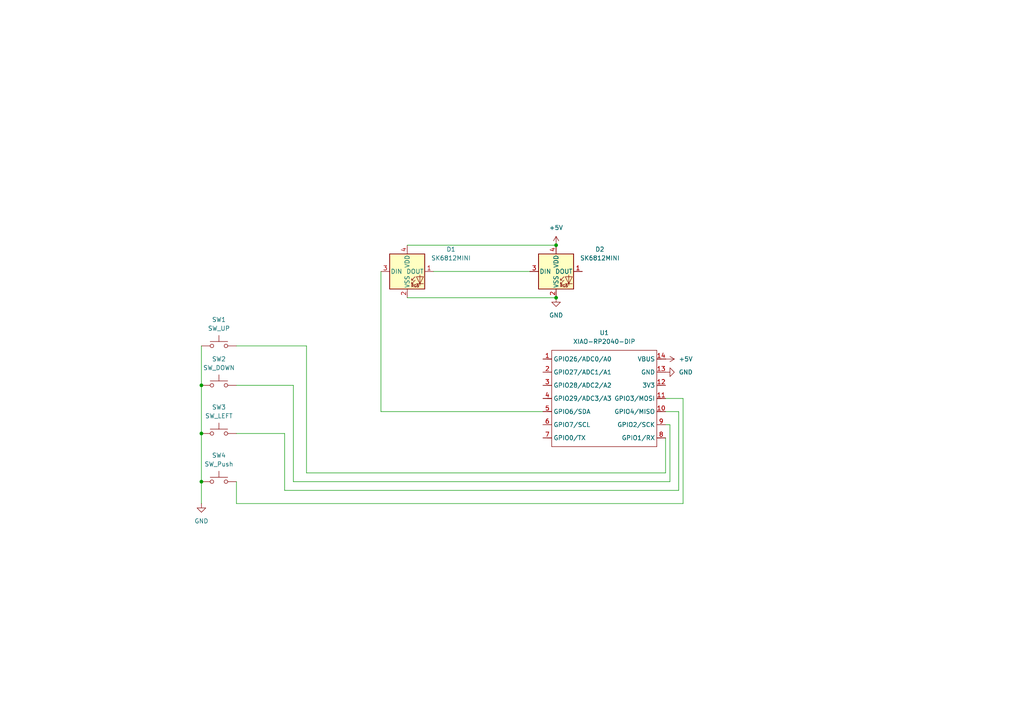
<source format=kicad_sch>
(kicad_sch
	(version 20250114)
	(generator "eeschema")
	(generator_version "9.0")
	(uuid "d72196a8-f5d8-4af7-aa83-66bb1e515ce0")
	(paper "A4")
	(lib_symbols
		(symbol "LED:SK6812MINI"
			(pin_names
				(offset 0.254)
			)
			(exclude_from_sim no)
			(in_bom yes)
			(on_board yes)
			(property "Reference" "D"
				(at 5.08 5.715 0)
				(effects
					(font
						(size 1.27 1.27)
					)
					(justify right bottom)
				)
			)
			(property "Value" "SK6812MINI"
				(at 1.27 -5.715 0)
				(effects
					(font
						(size 1.27 1.27)
					)
					(justify left top)
				)
			)
			(property "Footprint" "LED_SMD:LED_SK6812MINI_PLCC4_3.5x3.5mm_P1.75mm"
				(at 1.27 -7.62 0)
				(effects
					(font
						(size 1.27 1.27)
					)
					(justify left top)
					(hide yes)
				)
			)
			(property "Datasheet" "https://cdn-shop.adafruit.com/product-files/2686/SK6812MINI_REV.01-1-2.pdf"
				(at 2.54 -9.525 0)
				(effects
					(font
						(size 1.27 1.27)
					)
					(justify left top)
					(hide yes)
				)
			)
			(property "Description" "RGB LED with integrated controller"
				(at 0 0 0)
				(effects
					(font
						(size 1.27 1.27)
					)
					(hide yes)
				)
			)
			(property "ki_keywords" "RGB LED NeoPixel Mini addressable"
				(at 0 0 0)
				(effects
					(font
						(size 1.27 1.27)
					)
					(hide yes)
				)
			)
			(property "ki_fp_filters" "LED*SK6812MINI*PLCC*3.5x3.5mm*P1.75mm*"
				(at 0 0 0)
				(effects
					(font
						(size 1.27 1.27)
					)
					(hide yes)
				)
			)
			(symbol "SK6812MINI_0_0"
				(text "RGB"
					(at 2.286 -4.191 0)
					(effects
						(font
							(size 0.762 0.762)
						)
					)
				)
			)
			(symbol "SK6812MINI_0_1"
				(polyline
					(pts
						(xy 1.27 -2.54) (xy 1.778 -2.54)
					)
					(stroke
						(width 0)
						(type default)
					)
					(fill
						(type none)
					)
				)
				(polyline
					(pts
						(xy 1.27 -3.556) (xy 1.778 -3.556)
					)
					(stroke
						(width 0)
						(type default)
					)
					(fill
						(type none)
					)
				)
				(polyline
					(pts
						(xy 2.286 -1.524) (xy 1.27 -2.54) (xy 1.27 -2.032)
					)
					(stroke
						(width 0)
						(type default)
					)
					(fill
						(type none)
					)
				)
				(polyline
					(pts
						(xy 2.286 -2.54) (xy 1.27 -3.556) (xy 1.27 -3.048)
					)
					(stroke
						(width 0)
						(type default)
					)
					(fill
						(type none)
					)
				)
				(polyline
					(pts
						(xy 3.683 -1.016) (xy 3.683 -3.556) (xy 3.683 -4.064)
					)
					(stroke
						(width 0)
						(type default)
					)
					(fill
						(type none)
					)
				)
				(polyline
					(pts
						(xy 4.699 -1.524) (xy 2.667 -1.524) (xy 3.683 -3.556) (xy 4.699 -1.524)
					)
					(stroke
						(width 0)
						(type default)
					)
					(fill
						(type none)
					)
				)
				(polyline
					(pts
						(xy 4.699 -3.556) (xy 2.667 -3.556)
					)
					(stroke
						(width 0)
						(type default)
					)
					(fill
						(type none)
					)
				)
				(rectangle
					(start 5.08 5.08)
					(end -5.08 -5.08)
					(stroke
						(width 0.254)
						(type default)
					)
					(fill
						(type background)
					)
				)
			)
			(symbol "SK6812MINI_1_1"
				(pin input line
					(at -7.62 0 0)
					(length 2.54)
					(name "DIN"
						(effects
							(font
								(size 1.27 1.27)
							)
						)
					)
					(number "3"
						(effects
							(font
								(size 1.27 1.27)
							)
						)
					)
				)
				(pin power_in line
					(at 0 7.62 270)
					(length 2.54)
					(name "VDD"
						(effects
							(font
								(size 1.27 1.27)
							)
						)
					)
					(number "4"
						(effects
							(font
								(size 1.27 1.27)
							)
						)
					)
				)
				(pin power_in line
					(at 0 -7.62 90)
					(length 2.54)
					(name "VSS"
						(effects
							(font
								(size 1.27 1.27)
							)
						)
					)
					(number "2"
						(effects
							(font
								(size 1.27 1.27)
							)
						)
					)
				)
				(pin output line
					(at 7.62 0 180)
					(length 2.54)
					(name "DOUT"
						(effects
							(font
								(size 1.27 1.27)
							)
						)
					)
					(number "1"
						(effects
							(font
								(size 1.27 1.27)
							)
						)
					)
				)
			)
			(embedded_fonts no)
		)
		(symbol "OPL:XIAO-RP2040-DIP"
			(exclude_from_sim no)
			(in_bom yes)
			(on_board yes)
			(property "Reference" "U"
				(at 0 0 0)
				(effects
					(font
						(size 1.27 1.27)
					)
				)
			)
			(property "Value" "XIAO-RP2040-DIP"
				(at 5.334 -1.778 0)
				(effects
					(font
						(size 1.27 1.27)
					)
				)
			)
			(property "Footprint" "Module:MOUDLE14P-XIAO-DIP-SMD"
				(at 14.478 -32.258 0)
				(effects
					(font
						(size 1.27 1.27)
					)
					(hide yes)
				)
			)
			(property "Datasheet" ""
				(at 0 0 0)
				(effects
					(font
						(size 1.27 1.27)
					)
					(hide yes)
				)
			)
			(property "Description" ""
				(at 0 0 0)
				(effects
					(font
						(size 1.27 1.27)
					)
					(hide yes)
				)
			)
			(symbol "XIAO-RP2040-DIP_1_0"
				(polyline
					(pts
						(xy -1.27 -2.54) (xy 29.21 -2.54)
					)
					(stroke
						(width 0.1524)
						(type solid)
					)
					(fill
						(type none)
					)
				)
				(polyline
					(pts
						(xy -1.27 -5.08) (xy -2.54 -5.08)
					)
					(stroke
						(width 0.1524)
						(type solid)
					)
					(fill
						(type none)
					)
				)
				(polyline
					(pts
						(xy -1.27 -5.08) (xy -1.27 -2.54)
					)
					(stroke
						(width 0.1524)
						(type solid)
					)
					(fill
						(type none)
					)
				)
				(polyline
					(pts
						(xy -1.27 -8.89) (xy -2.54 -8.89)
					)
					(stroke
						(width 0.1524)
						(type solid)
					)
					(fill
						(type none)
					)
				)
				(polyline
					(pts
						(xy -1.27 -8.89) (xy -1.27 -5.08)
					)
					(stroke
						(width 0.1524)
						(type solid)
					)
					(fill
						(type none)
					)
				)
				(polyline
					(pts
						(xy -1.27 -12.7) (xy -2.54 -12.7)
					)
					(stroke
						(width 0.1524)
						(type solid)
					)
					(fill
						(type none)
					)
				)
				(polyline
					(pts
						(xy -1.27 -12.7) (xy -1.27 -8.89)
					)
					(stroke
						(width 0.1524)
						(type solid)
					)
					(fill
						(type none)
					)
				)
				(polyline
					(pts
						(xy -1.27 -16.51) (xy -2.54 -16.51)
					)
					(stroke
						(width 0.1524)
						(type solid)
					)
					(fill
						(type none)
					)
				)
				(polyline
					(pts
						(xy -1.27 -16.51) (xy -1.27 -12.7)
					)
					(stroke
						(width 0.1524)
						(type solid)
					)
					(fill
						(type none)
					)
				)
				(polyline
					(pts
						(xy -1.27 -20.32) (xy -2.54 -20.32)
					)
					(stroke
						(width 0.1524)
						(type solid)
					)
					(fill
						(type none)
					)
				)
				(polyline
					(pts
						(xy -1.27 -24.13) (xy -2.54 -24.13)
					)
					(stroke
						(width 0.1524)
						(type solid)
					)
					(fill
						(type none)
					)
				)
				(polyline
					(pts
						(xy -1.27 -27.94) (xy -2.54 -27.94)
					)
					(stroke
						(width 0.1524)
						(type solid)
					)
					(fill
						(type none)
					)
				)
				(polyline
					(pts
						(xy -1.27 -30.48) (xy -1.27 -16.51)
					)
					(stroke
						(width 0.1524)
						(type solid)
					)
					(fill
						(type none)
					)
				)
				(polyline
					(pts
						(xy 29.21 -2.54) (xy 29.21 -5.08)
					)
					(stroke
						(width 0.1524)
						(type solid)
					)
					(fill
						(type none)
					)
				)
				(polyline
					(pts
						(xy 29.21 -5.08) (xy 29.21 -8.89)
					)
					(stroke
						(width 0.1524)
						(type solid)
					)
					(fill
						(type none)
					)
				)
				(polyline
					(pts
						(xy 29.21 -8.89) (xy 29.21 -12.7)
					)
					(stroke
						(width 0.1524)
						(type solid)
					)
					(fill
						(type none)
					)
				)
				(polyline
					(pts
						(xy 29.21 -12.7) (xy 29.21 -30.48)
					)
					(stroke
						(width 0.1524)
						(type solid)
					)
					(fill
						(type none)
					)
				)
				(polyline
					(pts
						(xy 29.21 -30.48) (xy -1.27 -30.48)
					)
					(stroke
						(width 0.1524)
						(type solid)
					)
					(fill
						(type none)
					)
				)
				(polyline
					(pts
						(xy 30.48 -5.08) (xy 29.21 -5.08)
					)
					(stroke
						(width 0.1524)
						(type solid)
					)
					(fill
						(type none)
					)
				)
				(polyline
					(pts
						(xy 30.48 -8.89) (xy 29.21 -8.89)
					)
					(stroke
						(width 0.1524)
						(type solid)
					)
					(fill
						(type none)
					)
				)
				(polyline
					(pts
						(xy 30.48 -12.7) (xy 29.21 -12.7)
					)
					(stroke
						(width 0.1524)
						(type solid)
					)
					(fill
						(type none)
					)
				)
				(polyline
					(pts
						(xy 30.48 -16.51) (xy 29.21 -16.51)
					)
					(stroke
						(width 0.1524)
						(type solid)
					)
					(fill
						(type none)
					)
				)
				(polyline
					(pts
						(xy 30.48 -20.32) (xy 29.21 -20.32)
					)
					(stroke
						(width 0.1524)
						(type solid)
					)
					(fill
						(type none)
					)
				)
				(polyline
					(pts
						(xy 30.48 -24.13) (xy 29.21 -24.13)
					)
					(stroke
						(width 0.1524)
						(type solid)
					)
					(fill
						(type none)
					)
				)
				(polyline
					(pts
						(xy 30.48 -27.94) (xy 29.21 -27.94)
					)
					(stroke
						(width 0.1524)
						(type solid)
					)
					(fill
						(type none)
					)
				)
				(pin passive line
					(at -3.81 -5.08 0)
					(length 2.54)
					(name "GPIO26/ADC0/A0"
						(effects
							(font
								(size 1.27 1.27)
							)
						)
					)
					(number "1"
						(effects
							(font
								(size 1.27 1.27)
							)
						)
					)
				)
				(pin passive line
					(at -3.81 -8.89 0)
					(length 2.54)
					(name "GPIO27/ADC1/A1"
						(effects
							(font
								(size 1.27 1.27)
							)
						)
					)
					(number "2"
						(effects
							(font
								(size 1.27 1.27)
							)
						)
					)
				)
				(pin passive line
					(at -3.81 -12.7 0)
					(length 2.54)
					(name "GPIO28/ADC2/A2"
						(effects
							(font
								(size 1.27 1.27)
							)
						)
					)
					(number "3"
						(effects
							(font
								(size 1.27 1.27)
							)
						)
					)
				)
				(pin passive line
					(at -3.81 -16.51 0)
					(length 2.54)
					(name "GPIO29/ADC3/A3"
						(effects
							(font
								(size 1.27 1.27)
							)
						)
					)
					(number "4"
						(effects
							(font
								(size 1.27 1.27)
							)
						)
					)
				)
				(pin passive line
					(at -3.81 -20.32 0)
					(length 2.54)
					(name "GPIO6/SDA"
						(effects
							(font
								(size 1.27 1.27)
							)
						)
					)
					(number "5"
						(effects
							(font
								(size 1.27 1.27)
							)
						)
					)
				)
				(pin passive line
					(at -3.81 -24.13 0)
					(length 2.54)
					(name "GPIO7/SCL"
						(effects
							(font
								(size 1.27 1.27)
							)
						)
					)
					(number "6"
						(effects
							(font
								(size 1.27 1.27)
							)
						)
					)
				)
				(pin passive line
					(at -3.81 -27.94 0)
					(length 2.54)
					(name "GPIO0/TX"
						(effects
							(font
								(size 1.27 1.27)
							)
						)
					)
					(number "7"
						(effects
							(font
								(size 1.27 1.27)
							)
						)
					)
				)
				(pin passive line
					(at 31.75 -5.08 180)
					(length 2.54)
					(name "VBUS"
						(effects
							(font
								(size 1.27 1.27)
							)
						)
					)
					(number "14"
						(effects
							(font
								(size 1.27 1.27)
							)
						)
					)
				)
				(pin passive line
					(at 31.75 -8.89 180)
					(length 2.54)
					(name "GND"
						(effects
							(font
								(size 1.27 1.27)
							)
						)
					)
					(number "13"
						(effects
							(font
								(size 1.27 1.27)
							)
						)
					)
				)
				(pin passive line
					(at 31.75 -12.7 180)
					(length 2.54)
					(name "3V3"
						(effects
							(font
								(size 1.27 1.27)
							)
						)
					)
					(number "12"
						(effects
							(font
								(size 1.27 1.27)
							)
						)
					)
				)
				(pin passive line
					(at 31.75 -16.51 180)
					(length 2.54)
					(name "GPIO3/MOSI"
						(effects
							(font
								(size 1.27 1.27)
							)
						)
					)
					(number "11"
						(effects
							(font
								(size 1.27 1.27)
							)
						)
					)
				)
				(pin passive line
					(at 31.75 -20.32 180)
					(length 2.54)
					(name "GPIO4/MISO"
						(effects
							(font
								(size 1.27 1.27)
							)
						)
					)
					(number "10"
						(effects
							(font
								(size 1.27 1.27)
							)
						)
					)
				)
				(pin passive line
					(at 31.75 -24.13 180)
					(length 2.54)
					(name "GPIO2/SCK"
						(effects
							(font
								(size 1.27 1.27)
							)
						)
					)
					(number "9"
						(effects
							(font
								(size 1.27 1.27)
							)
						)
					)
				)
				(pin passive line
					(at 31.75 -27.94 180)
					(length 2.54)
					(name "GPIO1/RX"
						(effects
							(font
								(size 1.27 1.27)
							)
						)
					)
					(number "8"
						(effects
							(font
								(size 1.27 1.27)
							)
						)
					)
				)
			)
			(embedded_fonts no)
		)
		(symbol "Switch:SW_Push"
			(pin_numbers
				(hide yes)
			)
			(pin_names
				(offset 1.016)
				(hide yes)
			)
			(exclude_from_sim no)
			(in_bom yes)
			(on_board yes)
			(property "Reference" "SW"
				(at 1.27 2.54 0)
				(effects
					(font
						(size 1.27 1.27)
					)
					(justify left)
				)
			)
			(property "Value" "SW_Push"
				(at 0 -1.524 0)
				(effects
					(font
						(size 1.27 1.27)
					)
				)
			)
			(property "Footprint" ""
				(at 0 5.08 0)
				(effects
					(font
						(size 1.27 1.27)
					)
					(hide yes)
				)
			)
			(property "Datasheet" "~"
				(at 0 5.08 0)
				(effects
					(font
						(size 1.27 1.27)
					)
					(hide yes)
				)
			)
			(property "Description" "Push button switch, generic, two pins"
				(at 0 0 0)
				(effects
					(font
						(size 1.27 1.27)
					)
					(hide yes)
				)
			)
			(property "ki_keywords" "switch normally-open pushbutton push-button"
				(at 0 0 0)
				(effects
					(font
						(size 1.27 1.27)
					)
					(hide yes)
				)
			)
			(symbol "SW_Push_0_1"
				(circle
					(center -2.032 0)
					(radius 0.508)
					(stroke
						(width 0)
						(type default)
					)
					(fill
						(type none)
					)
				)
				(polyline
					(pts
						(xy 0 1.27) (xy 0 3.048)
					)
					(stroke
						(width 0)
						(type default)
					)
					(fill
						(type none)
					)
				)
				(circle
					(center 2.032 0)
					(radius 0.508)
					(stroke
						(width 0)
						(type default)
					)
					(fill
						(type none)
					)
				)
				(polyline
					(pts
						(xy 2.54 1.27) (xy -2.54 1.27)
					)
					(stroke
						(width 0)
						(type default)
					)
					(fill
						(type none)
					)
				)
				(pin passive line
					(at -5.08 0 0)
					(length 2.54)
					(name "1"
						(effects
							(font
								(size 1.27 1.27)
							)
						)
					)
					(number "1"
						(effects
							(font
								(size 1.27 1.27)
							)
						)
					)
				)
				(pin passive line
					(at 5.08 0 180)
					(length 2.54)
					(name "2"
						(effects
							(font
								(size 1.27 1.27)
							)
						)
					)
					(number "2"
						(effects
							(font
								(size 1.27 1.27)
							)
						)
					)
				)
			)
			(embedded_fonts no)
		)
		(symbol "power:+5V"
			(power)
			(pin_numbers
				(hide yes)
			)
			(pin_names
				(offset 0)
				(hide yes)
			)
			(exclude_from_sim no)
			(in_bom yes)
			(on_board yes)
			(property "Reference" "#PWR"
				(at 0 -3.81 0)
				(effects
					(font
						(size 1.27 1.27)
					)
					(hide yes)
				)
			)
			(property "Value" "+5V"
				(at 0 3.556 0)
				(effects
					(font
						(size 1.27 1.27)
					)
				)
			)
			(property "Footprint" ""
				(at 0 0 0)
				(effects
					(font
						(size 1.27 1.27)
					)
					(hide yes)
				)
			)
			(property "Datasheet" ""
				(at 0 0 0)
				(effects
					(font
						(size 1.27 1.27)
					)
					(hide yes)
				)
			)
			(property "Description" "Power symbol creates a global label with name \"+5V\""
				(at 0 0 0)
				(effects
					(font
						(size 1.27 1.27)
					)
					(hide yes)
				)
			)
			(property "ki_keywords" "global power"
				(at 0 0 0)
				(effects
					(font
						(size 1.27 1.27)
					)
					(hide yes)
				)
			)
			(symbol "+5V_0_1"
				(polyline
					(pts
						(xy -0.762 1.27) (xy 0 2.54)
					)
					(stroke
						(width 0)
						(type default)
					)
					(fill
						(type none)
					)
				)
				(polyline
					(pts
						(xy 0 2.54) (xy 0.762 1.27)
					)
					(stroke
						(width 0)
						(type default)
					)
					(fill
						(type none)
					)
				)
				(polyline
					(pts
						(xy 0 0) (xy 0 2.54)
					)
					(stroke
						(width 0)
						(type default)
					)
					(fill
						(type none)
					)
				)
			)
			(symbol "+5V_1_1"
				(pin power_in line
					(at 0 0 90)
					(length 0)
					(name "~"
						(effects
							(font
								(size 1.27 1.27)
							)
						)
					)
					(number "1"
						(effects
							(font
								(size 1.27 1.27)
							)
						)
					)
				)
			)
			(embedded_fonts no)
		)
		(symbol "power:GND"
			(power)
			(pin_numbers
				(hide yes)
			)
			(pin_names
				(offset 0)
				(hide yes)
			)
			(exclude_from_sim no)
			(in_bom yes)
			(on_board yes)
			(property "Reference" "#PWR"
				(at 0 -6.35 0)
				(effects
					(font
						(size 1.27 1.27)
					)
					(hide yes)
				)
			)
			(property "Value" "GND"
				(at 0 -3.81 0)
				(effects
					(font
						(size 1.27 1.27)
					)
				)
			)
			(property "Footprint" ""
				(at 0 0 0)
				(effects
					(font
						(size 1.27 1.27)
					)
					(hide yes)
				)
			)
			(property "Datasheet" ""
				(at 0 0 0)
				(effects
					(font
						(size 1.27 1.27)
					)
					(hide yes)
				)
			)
			(property "Description" "Power symbol creates a global label with name \"GND\" , ground"
				(at 0 0 0)
				(effects
					(font
						(size 1.27 1.27)
					)
					(hide yes)
				)
			)
			(property "ki_keywords" "global power"
				(at 0 0 0)
				(effects
					(font
						(size 1.27 1.27)
					)
					(hide yes)
				)
			)
			(symbol "GND_0_1"
				(polyline
					(pts
						(xy 0 0) (xy 0 -1.27) (xy 1.27 -1.27) (xy 0 -2.54) (xy -1.27 -1.27) (xy 0 -1.27)
					)
					(stroke
						(width 0)
						(type default)
					)
					(fill
						(type none)
					)
				)
			)
			(symbol "GND_1_1"
				(pin power_in line
					(at 0 0 270)
					(length 0)
					(name "~"
						(effects
							(font
								(size 1.27 1.27)
							)
						)
					)
					(number "1"
						(effects
							(font
								(size 1.27 1.27)
							)
						)
					)
				)
			)
			(embedded_fonts no)
		)
	)
	(junction
		(at 161.29 86.36)
		(diameter 0)
		(color 0 0 0 0)
		(uuid "127d9279-e988-421b-acc0-ab15d12206e1")
	)
	(junction
		(at 58.42 111.76)
		(diameter 0)
		(color 0 0 0 0)
		(uuid "1291b68e-8ded-421f-b9b8-25a9562db430")
	)
	(junction
		(at 58.42 139.7)
		(diameter 0)
		(color 0 0 0 0)
		(uuid "193b2dff-fa4b-42e7-acd9-161a55d667bf")
	)
	(junction
		(at 161.29 71.12)
		(diameter 0)
		(color 0 0 0 0)
		(uuid "be68af24-bf68-4c42-b992-fe9f3aedf56b")
	)
	(junction
		(at 58.42 125.73)
		(diameter 0)
		(color 0 0 0 0)
		(uuid "fb8d060c-7604-463b-83e2-d2aeaeee8d10")
	)
	(wire
		(pts
			(xy 58.42 139.7) (xy 58.42 146.05)
		)
		(stroke
			(width 0)
			(type default)
		)
		(uuid "01ec222f-8edc-4981-b3db-106d14189bca")
	)
	(wire
		(pts
			(xy 88.9 137.16) (xy 193.04 137.16)
		)
		(stroke
			(width 0)
			(type default)
		)
		(uuid "032c34f3-2f97-43e2-a471-8f49a56162c3")
	)
	(wire
		(pts
			(xy 198.12 115.57) (xy 193.04 115.57)
		)
		(stroke
			(width 0)
			(type default)
		)
		(uuid "044d44b5-15f7-4f22-aa69-3d007e98e485")
	)
	(wire
		(pts
			(xy 125.73 78.74) (xy 153.67 78.74)
		)
		(stroke
			(width 0)
			(type default)
		)
		(uuid "0bc2d51c-fde2-4989-b113-39aceac60ec1")
	)
	(wire
		(pts
			(xy 194.31 139.7) (xy 194.31 123.19)
		)
		(stroke
			(width 0)
			(type default)
		)
		(uuid "0d889bc0-9edc-4b0e-8a27-da1a422e6b3e")
	)
	(wire
		(pts
			(xy 58.42 111.76) (xy 58.42 125.73)
		)
		(stroke
			(width 0)
			(type default)
		)
		(uuid "1d6c59cd-af84-467b-97d3-c17a0cba21f1")
	)
	(wire
		(pts
			(xy 110.49 78.74) (xy 110.49 119.38)
		)
		(stroke
			(width 0)
			(type default)
		)
		(uuid "212aace2-8af4-4cbb-a79e-b38910e2b65d")
	)
	(wire
		(pts
			(xy 118.11 71.12) (xy 161.29 71.12)
		)
		(stroke
			(width 0)
			(type default)
		)
		(uuid "23afbe76-5d42-4651-82b7-b098fbe84e29")
	)
	(wire
		(pts
			(xy 58.42 125.73) (xy 58.42 139.7)
		)
		(stroke
			(width 0)
			(type default)
		)
		(uuid "2e961358-2772-4c3d-ace3-f8e606754bc9")
	)
	(wire
		(pts
			(xy 88.9 100.33) (xy 88.9 137.16)
		)
		(stroke
			(width 0)
			(type default)
		)
		(uuid "4aec205f-660a-4039-b8fd-d9e03db0fd42")
	)
	(wire
		(pts
			(xy 58.42 100.33) (xy 58.42 111.76)
		)
		(stroke
			(width 0)
			(type default)
		)
		(uuid "7784ec7d-ced2-42d0-b1bb-6d8abc88aaec")
	)
	(wire
		(pts
			(xy 110.49 119.38) (xy 157.48 119.38)
		)
		(stroke
			(width 0)
			(type default)
		)
		(uuid "7f71e5c6-4477-4bed-ab95-753d6aad7afc")
	)
	(wire
		(pts
			(xy 82.55 142.24) (xy 196.85 142.24)
		)
		(stroke
			(width 0)
			(type default)
		)
		(uuid "8d9b470d-c111-42c1-a7b3-002245a3245a")
	)
	(wire
		(pts
			(xy 68.58 146.05) (xy 198.12 146.05)
		)
		(stroke
			(width 0)
			(type default)
		)
		(uuid "92e204a5-19d0-41c3-bdf9-51b6e3e9c9b2")
	)
	(wire
		(pts
			(xy 68.58 125.73) (xy 82.55 125.73)
		)
		(stroke
			(width 0)
			(type default)
		)
		(uuid "961c711e-9901-4ee3-a93d-e39a519eceda")
	)
	(wire
		(pts
			(xy 193.04 119.38) (xy 196.85 119.38)
		)
		(stroke
			(width 0)
			(type default)
		)
		(uuid "9d139048-a809-4693-ad1b-ba6c6ab61b88")
	)
	(wire
		(pts
			(xy 85.09 139.7) (xy 194.31 139.7)
		)
		(stroke
			(width 0)
			(type default)
		)
		(uuid "a3bbdc0d-6f34-4d4c-8af2-93bf529d4e68")
	)
	(wire
		(pts
			(xy 82.55 125.73) (xy 82.55 142.24)
		)
		(stroke
			(width 0)
			(type default)
		)
		(uuid "a668b8f4-05dd-4ef2-aa87-8b65bd86dc1e")
	)
	(wire
		(pts
			(xy 198.12 146.05) (xy 198.12 115.57)
		)
		(stroke
			(width 0)
			(type default)
		)
		(uuid "a6d349ff-e010-4ec0-a03a-0e41cd0d216c")
	)
	(wire
		(pts
			(xy 118.11 86.36) (xy 161.29 86.36)
		)
		(stroke
			(width 0)
			(type default)
		)
		(uuid "aa51fea8-47f0-4a7c-ac41-8ee6687c0e0e")
	)
	(wire
		(pts
			(xy 194.31 123.19) (xy 193.04 123.19)
		)
		(stroke
			(width 0)
			(type default)
		)
		(uuid "add245ca-a545-4bc2-84a7-594e236174b2")
	)
	(wire
		(pts
			(xy 193.04 137.16) (xy 193.04 127)
		)
		(stroke
			(width 0)
			(type default)
		)
		(uuid "af655d1a-6409-4c7c-89c5-44172bacf762")
	)
	(wire
		(pts
			(xy 68.58 100.33) (xy 88.9 100.33)
		)
		(stroke
			(width 0)
			(type default)
		)
		(uuid "d5228e4b-d993-44d3-9130-1e0fa6f92a63")
	)
	(wire
		(pts
			(xy 85.09 111.76) (xy 85.09 139.7)
		)
		(stroke
			(width 0)
			(type default)
		)
		(uuid "ddefed21-ec38-4992-b5a6-4f990371378b")
	)
	(wire
		(pts
			(xy 196.85 119.38) (xy 196.85 142.24)
		)
		(stroke
			(width 0)
			(type default)
		)
		(uuid "e5d9d570-c841-4c90-bb92-d087417a8531")
	)
	(wire
		(pts
			(xy 68.58 139.7) (xy 68.58 146.05)
		)
		(stroke
			(width 0)
			(type default)
		)
		(uuid "e8871a23-5363-4fd0-8526-afaf6fedad65")
	)
	(wire
		(pts
			(xy 68.58 111.76) (xy 85.09 111.76)
		)
		(stroke
			(width 0)
			(type default)
		)
		(uuid "eb1cf401-5464-4441-928d-2b6491363b19")
	)
	(symbol
		(lib_id "OPL:XIAO-RP2040-DIP")
		(at 161.29 99.06 0)
		(unit 1)
		(exclude_from_sim no)
		(in_bom yes)
		(on_board yes)
		(dnp no)
		(fields_autoplaced yes)
		(uuid "01ad0547-daa3-426b-afa9-28d382534770")
		(property "Reference" "U1"
			(at 175.26 96.52 0)
			(effects
				(font
					(size 1.27 1.27)
				)
			)
		)
		(property "Value" "XIAO-RP2040-DIP"
			(at 175.26 99.06 0)
			(effects
				(font
					(size 1.27 1.27)
				)
			)
		)
		(property "Footprint" "OPL:XIAO-RP2040-DIP"
			(at 175.768 131.318 0)
			(effects
				(font
					(size 1.27 1.27)
				)
				(hide yes)
			)
		)
		(property "Datasheet" ""
			(at 161.29 99.06 0)
			(effects
				(font
					(size 1.27 1.27)
				)
				(hide yes)
			)
		)
		(property "Description" ""
			(at 161.29 99.06 0)
			(effects
				(font
					(size 1.27 1.27)
				)
				(hide yes)
			)
		)
		(pin "9"
			(uuid "c98649b5-0d63-45ee-98be-624ca61f0a33")
		)
		(pin "4"
			(uuid "87fccba9-980b-4aaf-8fd4-981c1240236f")
		)
		(pin "14"
			(uuid "e97c5d83-f505-469c-aad3-a25220139482")
		)
		(pin "10"
			(uuid "9e8c84dd-c81f-4a53-b81e-23e47e190b31")
		)
		(pin "13"
			(uuid "3013a0ea-b961-4f2a-9f26-38d5e59455ce")
		)
		(pin "7"
			(uuid "6130518c-d23d-40d7-b0cd-488a82d19c98")
		)
		(pin "2"
			(uuid "14c5d632-8522-40de-b908-9fac5be14813")
		)
		(pin "3"
			(uuid "51079848-0560-45e7-a582-dfccb19bef30")
		)
		(pin "8"
			(uuid "4d088a04-421a-4a06-b280-8d6965de3fc7")
		)
		(pin "5"
			(uuid "b85a8bc4-86cd-4389-90b3-97b2baef05a5")
		)
		(pin "12"
			(uuid "bbc86d5d-3e73-42de-914e-bb9b180b2915")
		)
		(pin "1"
			(uuid "ec0fe90c-ad90-423b-b5fa-5ae1cbaba349")
		)
		(pin "6"
			(uuid "256831be-1ce0-4f45-9598-dd0adea87a8c")
		)
		(pin "11"
			(uuid "ee6a5dd8-f96d-4ebc-93a1-ef470f4b2273")
		)
		(instances
			(project ""
				(path "/d72196a8-f5d8-4af7-aa83-66bb1e515ce0"
					(reference "U1")
					(unit 1)
				)
			)
		)
	)
	(symbol
		(lib_id "Switch:SW_Push")
		(at 63.5 139.7 0)
		(unit 1)
		(exclude_from_sim no)
		(in_bom yes)
		(on_board yes)
		(dnp no)
		(fields_autoplaced yes)
		(uuid "11de19ae-43f2-4063-857e-61124d1e28d2")
		(property "Reference" "SW4"
			(at 63.5 132.08 0)
			(effects
				(font
					(size 1.27 1.27)
				)
			)
		)
		(property "Value" "SW_Push"
			(at 63.5 134.62 0)
			(effects
				(font
					(size 1.27 1.27)
				)
			)
		)
		(property "Footprint" "Button_Switch_Keyboard:SW_Cherry_MX_1.00u_PCB"
			(at 63.5 134.62 0)
			(effects
				(font
					(size 1.27 1.27)
				)
				(hide yes)
			)
		)
		(property "Datasheet" "~"
			(at 63.5 134.62 0)
			(effects
				(font
					(size 1.27 1.27)
				)
				(hide yes)
			)
		)
		(property "Description" "Push button switch, generic, two pins"
			(at 63.5 139.7 0)
			(effects
				(font
					(size 1.27 1.27)
				)
				(hide yes)
			)
		)
		(pin "2"
			(uuid "ccfafc2a-09a6-4a56-a1d3-220a4eff8283")
		)
		(pin "1"
			(uuid "246a9c1d-924a-4d95-b874-7fe262531f68")
		)
		(instances
			(project ""
				(path "/d72196a8-f5d8-4af7-aa83-66bb1e515ce0"
					(reference "SW4")
					(unit 1)
				)
			)
		)
	)
	(symbol
		(lib_id "Switch:SW_Push")
		(at 63.5 125.73 0)
		(unit 1)
		(exclude_from_sim no)
		(in_bom yes)
		(on_board yes)
		(dnp no)
		(fields_autoplaced yes)
		(uuid "4dcbd4ba-818f-435a-b4cf-2cc86688babc")
		(property "Reference" "SW3"
			(at 63.5 118.11 0)
			(effects
				(font
					(size 1.27 1.27)
				)
			)
		)
		(property "Value" "SW_LEFT"
			(at 63.5 120.65 0)
			(effects
				(font
					(size 1.27 1.27)
				)
			)
		)
		(property "Footprint" "Button_Switch_Keyboard:SW_Cherry_MX_1.00u_PCB"
			(at 63.5 120.65 0)
			(effects
				(font
					(size 1.27 1.27)
				)
				(hide yes)
			)
		)
		(property "Datasheet" "~"
			(at 63.5 120.65 0)
			(effects
				(font
					(size 1.27 1.27)
				)
				(hide yes)
			)
		)
		(property "Description" "Push button switch, generic, two pins"
			(at 63.5 125.73 0)
			(effects
				(font
					(size 1.27 1.27)
				)
				(hide yes)
			)
		)
		(pin "2"
			(uuid "4f961c19-9b6b-42b9-9e35-d9e2b11d24f2")
		)
		(pin "1"
			(uuid "d5992912-3c6c-4d0b-9a6c-29442cb6fd44")
		)
		(instances
			(project ""
				(path "/d72196a8-f5d8-4af7-aa83-66bb1e515ce0"
					(reference "SW3")
					(unit 1)
				)
			)
		)
	)
	(symbol
		(lib_id "LED:SK6812MINI")
		(at 161.29 78.74 0)
		(unit 1)
		(exclude_from_sim no)
		(in_bom yes)
		(on_board yes)
		(dnp no)
		(fields_autoplaced yes)
		(uuid "5764a5ec-b99e-470c-a774-ce06bb055827")
		(property "Reference" "D2"
			(at 173.99 72.3198 0)
			(effects
				(font
					(size 1.27 1.27)
				)
			)
		)
		(property "Value" "SK6812MINI"
			(at 173.99 74.8598 0)
			(effects
				(font
					(size 1.27 1.27)
				)
			)
		)
		(property "Footprint" "LED_SMD:LED_SK6812MINI_PLCC4_3.5x3.5mm_P1.75mm"
			(at 162.56 86.36 0)
			(effects
				(font
					(size 1.27 1.27)
				)
				(justify left top)
				(hide yes)
			)
		)
		(property "Datasheet" "https://cdn-shop.adafruit.com/product-files/2686/SK6812MINI_REV.01-1-2.pdf"
			(at 163.83 88.265 0)
			(effects
				(font
					(size 1.27 1.27)
				)
				(justify left top)
				(hide yes)
			)
		)
		(property "Description" "RGB LED with integrated controller"
			(at 161.29 78.74 0)
			(effects
				(font
					(size 1.27 1.27)
				)
				(hide yes)
			)
		)
		(pin "2"
			(uuid "8922b530-9c45-412d-81dc-fec5048750e6")
		)
		(pin "1"
			(uuid "4c80e064-9874-41d5-b5c0-2be2464b66ac")
		)
		(pin "3"
			(uuid "7df60782-8565-4cfa-8578-4d585b1a2fe5")
		)
		(pin "4"
			(uuid "c050f51e-0b6e-4b59-96a9-4afd7a7dbd9f")
		)
		(instances
			(project ""
				(path "/d72196a8-f5d8-4af7-aa83-66bb1e515ce0"
					(reference "D2")
					(unit 1)
				)
			)
		)
	)
	(symbol
		(lib_id "LED:SK6812MINI")
		(at 118.11 78.74 0)
		(unit 1)
		(exclude_from_sim no)
		(in_bom yes)
		(on_board yes)
		(dnp no)
		(fields_autoplaced yes)
		(uuid "6cc47f61-a826-4c7b-9553-b0e638f1986d")
		(property "Reference" "D1"
			(at 130.81 72.3198 0)
			(effects
				(font
					(size 1.27 1.27)
				)
			)
		)
		(property "Value" "SK6812MINI"
			(at 130.81 74.8598 0)
			(effects
				(font
					(size 1.27 1.27)
				)
			)
		)
		(property "Footprint" "LED_SMD:LED_SK6812MINI_PLCC4_3.5x3.5mm_P1.75mm"
			(at 119.38 86.36 0)
			(effects
				(font
					(size 1.27 1.27)
				)
				(justify left top)
				(hide yes)
			)
		)
		(property "Datasheet" "https://cdn-shop.adafruit.com/product-files/2686/SK6812MINI_REV.01-1-2.pdf"
			(at 120.65 88.265 0)
			(effects
				(font
					(size 1.27 1.27)
				)
				(justify left top)
				(hide yes)
			)
		)
		(property "Description" "RGB LED with integrated controller"
			(at 118.11 78.74 0)
			(effects
				(font
					(size 1.27 1.27)
				)
				(hide yes)
			)
		)
		(pin "3"
			(uuid "646585c6-7cc8-44c0-8025-eac67e1dab6e")
		)
		(pin "4"
			(uuid "7391bc47-b055-4fe7-a110-f088fc6658f7")
		)
		(pin "1"
			(uuid "c5907a31-aa54-462b-9a4f-6320a6e20239")
		)
		(pin "2"
			(uuid "bff694c8-6507-4fcc-a38d-d675563abb2e")
		)
		(instances
			(project ""
				(path "/d72196a8-f5d8-4af7-aa83-66bb1e515ce0"
					(reference "D1")
					(unit 1)
				)
			)
		)
	)
	(symbol
		(lib_id "power:GND")
		(at 58.42 146.05 0)
		(unit 1)
		(exclude_from_sim no)
		(in_bom yes)
		(on_board yes)
		(dnp no)
		(fields_autoplaced yes)
		(uuid "7563b78e-5d9b-4a0e-a192-5c40f34a3e8a")
		(property "Reference" "#PWR01"
			(at 58.42 152.4 0)
			(effects
				(font
					(size 1.27 1.27)
				)
				(hide yes)
			)
		)
		(property "Value" "GND"
			(at 58.42 151.13 0)
			(effects
				(font
					(size 1.27 1.27)
				)
			)
		)
		(property "Footprint" ""
			(at 58.42 146.05 0)
			(effects
				(font
					(size 1.27 1.27)
				)
				(hide yes)
			)
		)
		(property "Datasheet" ""
			(at 58.42 146.05 0)
			(effects
				(font
					(size 1.27 1.27)
				)
				(hide yes)
			)
		)
		(property "Description" "Power symbol creates a global label with name \"GND\" , ground"
			(at 58.42 146.05 0)
			(effects
				(font
					(size 1.27 1.27)
				)
				(hide yes)
			)
		)
		(pin "1"
			(uuid "4514abe1-110e-4989-8c65-0212edd7cefd")
		)
		(instances
			(project ""
				(path "/d72196a8-f5d8-4af7-aa83-66bb1e515ce0"
					(reference "#PWR01")
					(unit 1)
				)
			)
		)
	)
	(symbol
		(lib_id "Switch:SW_Push")
		(at 63.5 111.76 0)
		(unit 1)
		(exclude_from_sim no)
		(in_bom yes)
		(on_board yes)
		(dnp no)
		(fields_autoplaced yes)
		(uuid "7872494e-1953-4f1a-b55f-40b8abcf7f86")
		(property "Reference" "SW2"
			(at 63.5 104.14 0)
			(effects
				(font
					(size 1.27 1.27)
				)
			)
		)
		(property "Value" "SW_DOWN"
			(at 63.5 106.68 0)
			(effects
				(font
					(size 1.27 1.27)
				)
			)
		)
		(property "Footprint" "Button_Switch_Keyboard:SW_Cherry_MX_1.00u_PCB"
			(at 63.5 106.68 0)
			(effects
				(font
					(size 1.27 1.27)
				)
				(hide yes)
			)
		)
		(property "Datasheet" "~"
			(at 63.5 106.68 0)
			(effects
				(font
					(size 1.27 1.27)
				)
				(hide yes)
			)
		)
		(property "Description" "Push button switch, generic, two pins"
			(at 63.5 111.76 0)
			(effects
				(font
					(size 1.27 1.27)
				)
				(hide yes)
			)
		)
		(pin "2"
			(uuid "3c46ef73-6d73-4a97-a0e9-b0a4e268e930")
		)
		(pin "1"
			(uuid "789ad25f-52db-422d-a6fc-6fce4edc7847")
		)
		(instances
			(project ""
				(path "/d72196a8-f5d8-4af7-aa83-66bb1e515ce0"
					(reference "SW2")
					(unit 1)
				)
			)
		)
	)
	(symbol
		(lib_id "power:+5V")
		(at 161.29 71.12 0)
		(unit 1)
		(exclude_from_sim no)
		(in_bom yes)
		(on_board yes)
		(dnp no)
		(fields_autoplaced yes)
		(uuid "86a4a69a-4973-414d-94e0-30193843c761")
		(property "Reference" "#PWR04"
			(at 161.29 74.93 0)
			(effects
				(font
					(size 1.27 1.27)
				)
				(hide yes)
			)
		)
		(property "Value" "+5V"
			(at 161.29 66.04 0)
			(effects
				(font
					(size 1.27 1.27)
				)
			)
		)
		(property "Footprint" ""
			(at 161.29 71.12 0)
			(effects
				(font
					(size 1.27 1.27)
				)
				(hide yes)
			)
		)
		(property "Datasheet" ""
			(at 161.29 71.12 0)
			(effects
				(font
					(size 1.27 1.27)
				)
				(hide yes)
			)
		)
		(property "Description" "Power symbol creates a global label with name \"+5V\""
			(at 161.29 71.12 0)
			(effects
				(font
					(size 1.27 1.27)
				)
				(hide yes)
			)
		)
		(pin "1"
			(uuid "3fa478ce-d550-48ee-82e3-3fcbd563304c")
		)
		(instances
			(project ""
				(path "/d72196a8-f5d8-4af7-aa83-66bb1e515ce0"
					(reference "#PWR04")
					(unit 1)
				)
			)
		)
	)
	(symbol
		(lib_id "power:GND")
		(at 193.04 107.95 90)
		(unit 1)
		(exclude_from_sim no)
		(in_bom yes)
		(on_board yes)
		(dnp no)
		(fields_autoplaced yes)
		(uuid "a934a929-759d-4186-8fae-ea0093ea0f0b")
		(property "Reference" "#PWR02"
			(at 199.39 107.95 0)
			(effects
				(font
					(size 1.27 1.27)
				)
				(hide yes)
			)
		)
		(property "Value" "GND"
			(at 196.85 107.9499 90)
			(effects
				(font
					(size 1.27 1.27)
				)
				(justify right)
			)
		)
		(property "Footprint" ""
			(at 193.04 107.95 0)
			(effects
				(font
					(size 1.27 1.27)
				)
				(hide yes)
			)
		)
		(property "Datasheet" ""
			(at 193.04 107.95 0)
			(effects
				(font
					(size 1.27 1.27)
				)
				(hide yes)
			)
		)
		(property "Description" "Power symbol creates a global label with name \"GND\" , ground"
			(at 193.04 107.95 0)
			(effects
				(font
					(size 1.27 1.27)
				)
				(hide yes)
			)
		)
		(pin "1"
			(uuid "4d1609fa-ca59-4311-b5dc-209b234bbbfb")
		)
		(instances
			(project ""
				(path "/d72196a8-f5d8-4af7-aa83-66bb1e515ce0"
					(reference "#PWR02")
					(unit 1)
				)
			)
		)
	)
	(symbol
		(lib_id "power:GND")
		(at 161.29 86.36 0)
		(unit 1)
		(exclude_from_sim no)
		(in_bom yes)
		(on_board yes)
		(dnp no)
		(fields_autoplaced yes)
		(uuid "be1bc53b-4e14-4cc2-822a-be31a3f8a108")
		(property "Reference" "#PWR05"
			(at 161.29 92.71 0)
			(effects
				(font
					(size 1.27 1.27)
				)
				(hide yes)
			)
		)
		(property "Value" "GND"
			(at 161.29 91.44 0)
			(effects
				(font
					(size 1.27 1.27)
				)
			)
		)
		(property "Footprint" ""
			(at 161.29 86.36 0)
			(effects
				(font
					(size 1.27 1.27)
				)
				(hide yes)
			)
		)
		(property "Datasheet" ""
			(at 161.29 86.36 0)
			(effects
				(font
					(size 1.27 1.27)
				)
				(hide yes)
			)
		)
		(property "Description" "Power symbol creates a global label with name \"GND\" , ground"
			(at 161.29 86.36 0)
			(effects
				(font
					(size 1.27 1.27)
				)
				(hide yes)
			)
		)
		(pin "1"
			(uuid "5deb4e4e-1ee7-410c-8558-abca2613a7a8")
		)
		(instances
			(project ""
				(path "/d72196a8-f5d8-4af7-aa83-66bb1e515ce0"
					(reference "#PWR05")
					(unit 1)
				)
			)
		)
	)
	(symbol
		(lib_id "power:+5V")
		(at 193.04 104.14 270)
		(unit 1)
		(exclude_from_sim no)
		(in_bom yes)
		(on_board yes)
		(dnp no)
		(fields_autoplaced yes)
		(uuid "cf918b9a-a602-44c2-9174-a320bc68944a")
		(property "Reference" "#PWR03"
			(at 189.23 104.14 0)
			(effects
				(font
					(size 1.27 1.27)
				)
				(hide yes)
			)
		)
		(property "Value" "+5V"
			(at 196.85 104.1399 90)
			(effects
				(font
					(size 1.27 1.27)
				)
				(justify left)
			)
		)
		(property "Footprint" ""
			(at 193.04 104.14 0)
			(effects
				(font
					(size 1.27 1.27)
				)
				(hide yes)
			)
		)
		(property "Datasheet" ""
			(at 193.04 104.14 0)
			(effects
				(font
					(size 1.27 1.27)
				)
				(hide yes)
			)
		)
		(property "Description" "Power symbol creates a global label with name \"+5V\""
			(at 193.04 104.14 0)
			(effects
				(font
					(size 1.27 1.27)
				)
				(hide yes)
			)
		)
		(pin "1"
			(uuid "4431cd2d-c312-4054-90c3-ad0c6f5411a8")
		)
		(instances
			(project ""
				(path "/d72196a8-f5d8-4af7-aa83-66bb1e515ce0"
					(reference "#PWR03")
					(unit 1)
				)
			)
		)
	)
	(symbol
		(lib_id "Switch:SW_Push")
		(at 63.5 100.33 0)
		(unit 1)
		(exclude_from_sim no)
		(in_bom yes)
		(on_board yes)
		(dnp no)
		(fields_autoplaced yes)
		(uuid "dcf0a4c8-368b-4284-86b9-d79e86dd16b6")
		(property "Reference" "SW1"
			(at 63.5 92.71 0)
			(effects
				(font
					(size 1.27 1.27)
				)
			)
		)
		(property "Value" "SW_UP"
			(at 63.5 95.25 0)
			(effects
				(font
					(size 1.27 1.27)
				)
			)
		)
		(property "Footprint" "Button_Switch_Keyboard:SW_Cherry_MX_1.00u_PCB"
			(at 63.5 95.25 0)
			(effects
				(font
					(size 1.27 1.27)
				)
				(hide yes)
			)
		)
		(property "Datasheet" "~"
			(at 63.5 95.25 0)
			(effects
				(font
					(size 1.27 1.27)
				)
				(hide yes)
			)
		)
		(property "Description" "Push button switch, generic, two pins"
			(at 63.5 100.33 0)
			(effects
				(font
					(size 1.27 1.27)
				)
				(hide yes)
			)
		)
		(pin "1"
			(uuid "b2b1a1cb-8b18-4c5d-ac56-9f7e6bee4b0c")
		)
		(pin "2"
			(uuid "0ab8f103-3493-4c9a-9a43-df36f02d23e8")
		)
		(instances
			(project ""
				(path "/d72196a8-f5d8-4af7-aa83-66bb1e515ce0"
					(reference "SW1")
					(unit 1)
				)
			)
		)
	)
	(sheet_instances
		(path "/"
			(page "1")
		)
	)
	(embedded_fonts no)
)

</source>
